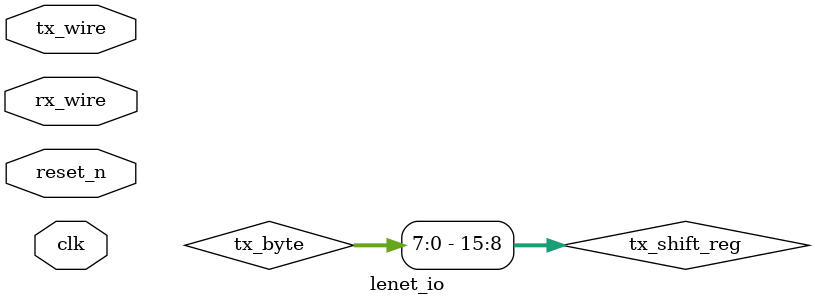
<source format=v>
module lenet_io(
                input        clk,
                input        reset_n,

                // input        rx_done,
                // input  [7:0] rx_byte,
                // input        tx_active,
                // output       tx_dv,
                // output [7:0] tx_byte
                
                input rx_wire,
                input tx_wire
);
    ///////////////////////////////////////////////////////////
    // ALL PARAMETERS
    ///////////////////////////////////////////////////////////
    //GLOBAL PARAMETERS
    //Debug
    parameter DEBUG = 0;
    //Baudrate parameter
    parameter CLKS_PER_BIT = 434;
    
    //Neural Net input and output spec
    parameter NN_INP_BITS  = 6;
    parameter NN_OUT_BITS  = 10;
    parameter NN_INP_NODES = 381; //less than 65535 
    parameter NN_OUT_NODES = 10;  //less than 65535

    //Command list
    parameter CMD_HEADER     = 8'h23;
    parameter CMD_DATA_IN    = 8'h09;
    parameter CMD_CALC_START = 8'h14;
    parameter CMD_DATA_OUT   = 8'h04;
    parameter CALC_LATENCY   = 0;
    
    //LOCAL PARAMETERS
    //counter bit
    localparam integer INP_BYTES = $ceil(NN_INP_BITS/8.0);
    localparam integer OUT_BYTES = $ceil(NN_OUT_BITS/8.0);

    //list of states
    localparam STATE_IDLE     = 0;
    localparam STATE_WAIT_CMD = 1;
    localparam STATE_RECV_DAT = 2;
    localparam STATE_SAVE_DAT = 3;
    localparam STATE_LOAD_INP = 4;
    localparam STATE_FETCH_OU = 5;
    localparam STATE_END_ACK  = 6;
    localparam STATE_REQS_DAT = 7;
    localparam STATE_TX_LOAD  = 8;
    localparam STATE_SENDING  = 9;

    
    ///////////////////////////////////////////////////////////
    // ALL VARIABLES
    ///////////////////////////////////////////////////////////
    //Uart variables
    wire          rx_done;
    wire [7  : 0] rx_byte;
    wire          tx_active;
    wire          tx_dv;
    wire [7  : 0] tx_byte;
    //shift register to save address and data
    //  address is 2 byte and data is XXX_BYTES
    reg  [INP_BYTES*8+15: 0] rx_shift_reg;
    //  tx buff only keeps the data to be sent
    //  it does not include the address
    reg  [OUT_BYTES*8-1 : 0] tx_shift_reg;
    //Address controller
    wire [15 : 0] out_addr, inp_addr;

    //State variables and counter
    reg  [3 : 0] state, state_next;
    reg  [$clog2(INP_BYTES+2)-1   : 0] counter_rx;
    reg  [$clog2(OUT_BYTES+2)-1   : 0] counter_tx;
    reg  [$clog2(CALC_LATENCY+2)-1: 0] counter_calc;

    //Input and output buffer
    //  these buffer are used to make sure that the delay 
    //  propagation is caused by the neural network only 
    reg  [NN_INP_BITS-1 : 0] in      [0:380];
    reg  [NN_INP_BITS-1 : 0] in_d    [0:380];
    wire [NN_OUT_BITS-1 : 0] out     [0:  9];
    reg  [NN_OUT_BITS-1 : 0] out_reg [0:  9];

    ///////////////////////////////////////////////////////////
    // UART MODULES
    ///////////////////////////////////////////////////////////
    UART_RX #(
             .CLKS_PER_BIT(CLKS_PER_BIT))
          U_RX(
             .i_Rst_L(reset_n),
             .i_Clock(clk),
             .i_RX_Serial(rx_wire),
             .o_RX_DV(rx_done),
             .o_RX_Byte(rx_byte)
             );

    UART_TX #(
             .CLKS_PER_BIT(CLKS_PER_BIT)
             )
         U_TX(
             .i_Rst_L(reset_n),
             .i_Clock(clk),
             .i_TX_DV(tx_dv),
             .i_TX_Byte(tx_byte), 
             .o_TX_Active(tx_active),
             .o_TX_Serial(tx_wire),
             .o_TX_Done()
    ); 

    ///////////////////////////////////////////////////////////
    // MAIN Neural Net Modules
    ///////////////////////////////////////////////////////////
    lenet5_top lenet5(in_d[0],in_d[1],in_d[2],in_d[3],in_d[4],
                    in_d[5],in_d[6],in_d[7],in_d[8],in_d[9],
                    in_d[10],in_d[11],in_d[12],in_d[13],in_d[14],
                    in_d[15],in_d[16],in_d[17],in_d[18],in_d[19],
                    in_d[20],in_d[21],in_d[22],in_d[23],in_d[24],
                    in_d[25],in_d[26],in_d[27],in_d[28],in_d[29],
                    in_d[30],in_d[31],in_d[32],in_d[33],in_d[34],
                    in_d[35],in_d[36],in_d[37],in_d[38],in_d[39],
                    in_d[40],in_d[41],in_d[42],in_d[43],in_d[44],
                    in_d[45],in_d[46],in_d[47],in_d[48],in_d[49],
                    in_d[50],in_d[51],in_d[52],in_d[53],in_d[54],
                    in_d[55],in_d[56],in_d[57],in_d[58],in_d[59],
                    in_d[60],in_d[61],in_d[62],in_d[63],in_d[64],
                    in_d[65],in_d[66],in_d[67],in_d[68],in_d[69],
                    in_d[70],in_d[71],in_d[72],in_d[73],in_d[74],
                    in_d[75],in_d[76],in_d[77],in_d[78],in_d[79],
                    in_d[80],in_d[81],in_d[82],in_d[83],in_d[84],
                    in_d[85],in_d[86],in_d[87],in_d[88],in_d[89],
                    in_d[90],in_d[91],in_d[92],in_d[93],in_d[94],
                    in_d[95],in_d[96],in_d[97],in_d[98],in_d[99],
                    
                    in_d[100],in_d[101],in_d[102],in_d[103],in_d[104],
                    in_d[105],in_d[106],in_d[107],in_d[108],in_d[109],
                    in_d[110],in_d[111],in_d[112],in_d[113],in_d[114],
                    in_d[115],in_d[116],in_d[117],in_d[118],in_d[119],
                    in_d[120],in_d[121],in_d[122],in_d[123],in_d[124],
                    in_d[125],in_d[126],in_d[127],in_d[128],in_d[129],
                    in_d[130],in_d[131],in_d[132],in_d[133],in_d[134],
                    in_d[135],in_d[136],in_d[137],in_d[138],in_d[139],
                    in_d[140],in_d[141],in_d[142],in_d[143],in_d[144],
                    in_d[145],in_d[146],in_d[147],in_d[148],in_d[149],
                    in_d[150],in_d[151],in_d[152],in_d[153],in_d[154],
                    in_d[155],in_d[156],in_d[157],in_d[158],in_d[159],
                    in_d[160],in_d[161],in_d[162],in_d[163],in_d[164],
                    in_d[165],in_d[166],in_d[167],in_d[168],in_d[169],
                    in_d[170],in_d[171],in_d[172],in_d[173],in_d[174],
                    in_d[175],in_d[176],in_d[177],in_d[178],in_d[179],
                    in_d[180],in_d[181],in_d[182],in_d[183],in_d[184],
                    in_d[185],in_d[186],in_d[187],in_d[188],in_d[189],
                    in_d[190],in_d[191],in_d[192],in_d[193],in_d[194],
                    in_d[195],in_d[196],in_d[197],in_d[198],in_d[199],
                    
                    in_d[200],in_d[201],in_d[202],in_d[203],in_d[204],
                    in_d[205],in_d[206],in_d[207],in_d[208],in_d[209],
                    in_d[210],in_d[211],in_d[212],in_d[213],in_d[214],
                    in_d[215],in_d[216],in_d[217],in_d[218],in_d[219],
                    in_d[220],in_d[221],in_d[222],in_d[223],in_d[224],
                    in_d[225],in_d[226],in_d[227],in_d[228],in_d[229],
                    in_d[230],in_d[231],in_d[232],in_d[233],in_d[234],
                    in_d[235],in_d[236],in_d[237],in_d[238],in_d[239],
                    in_d[240],in_d[241],in_d[242],in_d[243],in_d[244],
                    in_d[245],in_d[246],in_d[247],in_d[248],in_d[249],
                    in_d[250],in_d[251],in_d[252],in_d[253],in_d[254],
                    in_d[255],in_d[256],in_d[257],in_d[258],in_d[259],
                    in_d[260],in_d[261],in_d[262],in_d[263],in_d[264],
                    in_d[265],in_d[266],in_d[267],in_d[268],in_d[269],
                    in_d[270],in_d[271],in_d[272],in_d[273],in_d[274],
                    in_d[275],in_d[276],in_d[277],in_d[278],in_d[279],
                    in_d[280],in_d[281],in_d[282],in_d[283],in_d[284],
                    in_d[285],in_d[286],in_d[287],in_d[288],in_d[289],
                    in_d[290],in_d[291],in_d[292],in_d[293],in_d[294],
                    in_d[295],in_d[296],in_d[297],in_d[298],in_d[299],
                    
                    in_d[300],in_d[301],in_d[302],in_d[303],in_d[304],
                    in_d[305],in_d[306],in_d[307],in_d[308],in_d[309],
                    in_d[310],in_d[311],in_d[312],in_d[313],in_d[314],
                    in_d[315],in_d[316],in_d[317],in_d[318],in_d[319],
                    in_d[320],in_d[321],in_d[322],in_d[323],in_d[324],
                    in_d[325],in_d[326],in_d[327],in_d[328],in_d[329],
                    in_d[330],in_d[331],in_d[332],in_d[333],in_d[334],
                    in_d[335],in_d[336],in_d[337],in_d[338],in_d[339],
                    in_d[340],in_d[341],in_d[342],in_d[343],in_d[344],
                    in_d[345],in_d[346],in_d[347],in_d[348],in_d[349],
                    in_d[350],in_d[351],in_d[352],in_d[353],in_d[354],
                    in_d[355],in_d[356],in_d[357],in_d[358],in_d[359],
                    in_d[360],in_d[361],in_d[362],in_d[363],in_d[364],
                    in_d[365],in_d[366],in_d[367],in_d[368],in_d[369],
                    in_d[370],in_d[371],in_d[372],in_d[373],in_d[374],
                    in_d[375],in_d[376],in_d[377],in_d[378],in_d[379],
                    in_d[380],
                    

                    out[0],out[1],out[2],out[3],out[4],
                    out[5],out[6],out[7],out[8],out[9]);
    
    //Register controller
    integer ii;
    always @(posedge clk)
    begin
        //fetch the output to register
        for(ii=0; ii<NN_OUT_NODES; ii=ii+1)
            if (state == STATE_FETCH_OU)  out_reg[ii] <= out[ii];
        //Load input to its register
        for(ii=0; ii<NN_INP_NODES; ii=ii+1)
            if (state == STATE_LOAD_INP)  in_d[ii] <=  in[ii];
    end


    ///////////////////////////////////////////////////////////
    // FSM and counter
    ///////////////////////////////////////////////////////////
    always @*
    begin
        //default condition
        state_next = state;
        //conditional
        if (~reset_n)
            state_next = STATE_IDLE;
        else if(tx_dv)
        begin
            if(state == STATE_SENDING)
                if(counter_tx >= OUT_BYTES-1)
                    state_next = STATE_IDLE;
        end
        else if(rx_done) //change on RX_done
        begin
            if ((state == STATE_IDLE) && (rx_byte == CMD_HEADER))
                state_next = STATE_WAIT_CMD;
            else if(state == STATE_WAIT_CMD)
            begin
                if(rx_byte == CMD_DATA_IN)
                    state_next = STATE_RECV_DAT;
                else if(rx_byte == CMD_CALC_START)
                    state_next = STATE_LOAD_INP;
                else if(rx_byte == CMD_DATA_OUT)
                    state_next = STATE_REQS_DAT;
                else 
                    state_next = STATE_IDLE;
            end
            else if(state == STATE_RECV_DAT)
            begin
                if(counter_rx >= INP_BYTES + 1) 
                    state_next = STATE_SAVE_DAT;
            end
            else if(state == STATE_REQS_DAT)
            begin
                if(counter_rx >= 1)            
                    state_next = STATE_TX_LOAD;
            end
        end
        //imidieatly change withouth rx done or tv
        if(state == STATE_SAVE_DAT)
            state_next = STATE_IDLE;
        else if(state == STATE_FETCH_OU)
            state_next = STATE_SENDING;
        else if(state == STATE_TX_LOAD)
            state_next = STATE_SENDING;
        else if(state == STATE_LOAD_INP)
        begin
            if(counter_calc >= CALC_LATENCY)
                state_next = STATE_FETCH_OU;
        end
    end 

    always @(posedge clk) state <= state_next;

    //all purpose counter
    always @(posedge clk)
        if(rx_done)
            if (state==STATE_WAIT_CMD)
                 counter_rx <= 0;
            else 
                counter_rx <= counter_rx + 1;
    
    always @(posedge clk)
        if ((state==STATE_WAIT_CMD)&rx_done)
            counter_tx <= 0;
        else if (tx_dv)
            counter_tx <= counter_tx + 1;

    always @(posedge clk)
        if ((state==STATE_WAIT_CMD)&rx_done)
            counter_calc <= 0;
        else 
            counter_calc <= counter_calc + 1;
            
    ///////////////////////////////////////////////////////////
    // Receive and transmit data management
    ///////////////////////////////////////////////////////////
    //input buffer and output buffer
    always @(posedge clk)
        if ( ((state==STATE_RECV_DAT)||(state==STATE_REQS_DAT)) && rx_done)
        begin
            rx_shift_reg[INP_BYTES*8+15 : 8] <= rx_shift_reg[INP_BYTES*8+7 : 0];
            rx_shift_reg[7:0] <= rx_byte;
        end
    assign inp_addr = rx_shift_reg[INP_BYTES*8+15 -: 16];
    assign out_addr = rx_shift_reg[15 : 0];
    //save the input
    always @(posedge clk)
        if(state==STATE_SAVE_DAT) 
            in[inp_addr] <= rx_shift_reg[NN_INP_BITS-1 : 0];
        else if(~reset_n & DEBUG)
            for(ii=0; ii<NN_INP_NODES; ii=ii+1)
                in[ii] <= 5'h7;

    //load data to be transmitter
    always @(posedge clk)
        if(state==STATE_TX_LOAD)
            tx_shift_reg <= {{(OUT_BYTES*8-NN_OUT_BITS){1'b0}},
                            out_reg[out_addr]};
        else if(state==STATE_FETCH_OU)
            tx_shift_reg <= {(OUT_BYTES*8){1'b1}};
        else if(tx_dv)
        begin
            tx_shift_reg[OUT_BYTES*8-1 : 8] <= 
                    tx_shift_reg[OUT_BYTES*8-9 : 0];
        end
    assign tx_byte = tx_shift_reg[OUT_BYTES*8-1 -: 8];
    //requenst to send
    assign tx_dv = (state==STATE_SENDING) & ~tx_active;

endmodule
</source>
